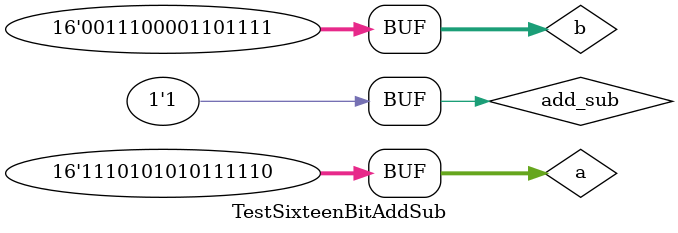
<source format=v>

module TestSixteenBitAddSub;
	reg [15:0] a;
	reg [15:0] b;
	reg add_sub;
	wire [15:0] result;
	wire carry_sign;
	SixteenBitAddSub x(.a(a), .b(b), .add_sub(add_sub), .result(result), .carry_sign(carry_sign));
	initial
		begin
			$monitor("%d	a = %b, b = %b, add_sub = %b, result = %b, carry_sign = %b", $time, a, b, add_sub, result, carry_sign);

			#20
			a = 16'b1011_0011_1110_0111;
			b = 16'b0110_1110_1101_1011;
			add_sub = 1'b0;

			#20
			a = 16'b1001_1111_1001_1000;
			b = 16'b0111_1110_0110_0011;
			add_sub = 1'b1;

			#20
			a = 16'b1001_0100_1100_1110;
			b = 16'b1010_1011_0101_1100;
			add_sub = 1'b0;

			#20
			a = 16'b1111_1111_1111_1111;
			b = 16'b0000_1100_0000_0010;
			add_sub = 1'b1;

			#20
			a = 16'b0110_1101_0101_0110;
			b = 16'b1101_0111_0011_1111;
			add_sub = 1'b0;

			#20
			a = 16'b1110_1010_1011_1110;
			b = 16'b0011_1000_0110_1111;
			add_sub = 1'b1;
		end
endmodule
</source>
